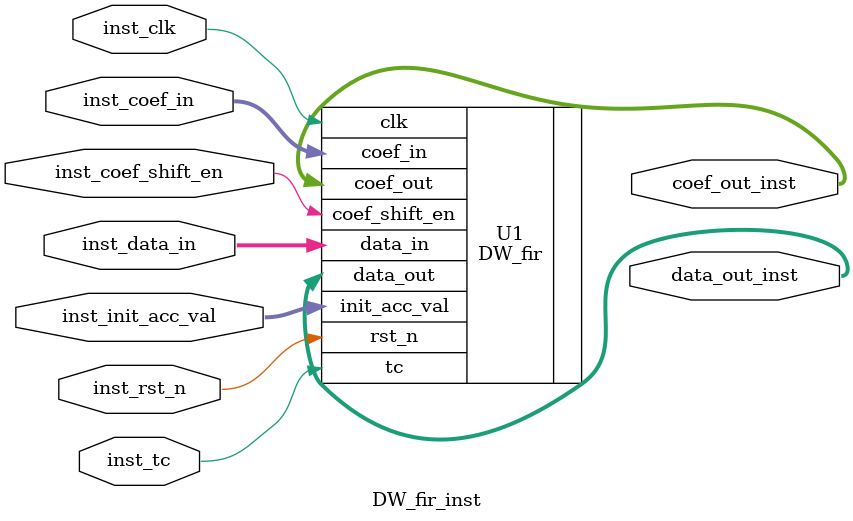
<source format=v>
module DW_fir_inst( inst_clk, inst_rst_n, inst_coef_shift_en, inst_tc,
                    inst_data_in, inst_coef_in, inst_init_acc_val,
                    data_out_inst, coef_out_inst );
  parameter data_in_width = 8;
  parameter coef_width = 8;
  parameter data_out_width = 18;
  parameter order = 6;

  input inst_clk;
  input inst_rst_n;
  input inst_coef_shift_en;
  input inst_tc;
  input [data_in_width-1 : 0] inst_data_in;
  input [coef_width-1 : 0] inst_coef_in;
  input [data_out_width-1 : 0] inst_init_acc_val;
  output [data_out_width-1 : 0] data_out_inst;
  output [coef_width-1 : 0] coef_out_inst;

  // Instance of DW_fir
  DW_fir #(data_in_width, coef_width, data_out_width, order)
    U1 ( .clk(inst_clk),   .rst_n(inst_rst_n),
         .coef_shift_en(inst_coef_shift_en),   .tc(inst_tc),
         .data_in(inst_data_in),   .coef_in(inst_coef_in),
         .init_acc_val(inst_init_acc_val),   .data_out(data_out_inst),
         .coef_out(coef_out_inst) );
endmodule

</source>
